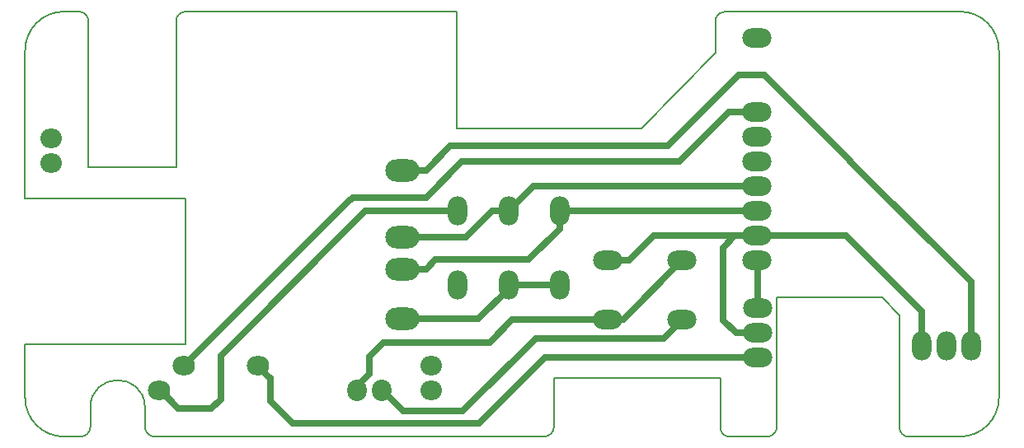
<source format=gtl>
%TF.GenerationSoftware,KiCad,Pcbnew,(5.0.0)*%
%TF.CreationDate,2019-07-13T03:49:13+02:00*%
%TF.ProjectId,Gnu_Vario_E_V1.10,476E755F566172696F5F455F56312E31,V 1.10*%
%TF.SameCoordinates,Original*%
%TF.FileFunction,Copper,L1,Top,Signal*%
%TF.FilePolarity,Positive*%
%FSLAX46Y46*%
G04 Gerber Fmt 4.6, Leading zero omitted, Abs format (unit mm)*
G04 Created by KiCad (PCBNEW (5.0.0)) date 07/13/19 03:49:13*
%MOMM*%
%LPD*%
G01*
G04 APERTURE LIST*
%ADD10C,0.150000*%
%ADD11O,3.500000X2.300000*%
%ADD12O,3.000000X2.000000*%
%ADD13O,2.000000X3.000000*%
%ADD14O,2.200000X2.000000*%
%ADD15O,2.300000X2.000000*%
%ADD16O,2.000000X2.200000*%
%ADD17C,0.700000*%
G04 APERTURE END LIST*
D10*
X162700000Y-95300000D02*
X173500000Y-95300000D01*
X162700000Y-108600000D02*
G75*
G02X161700000Y-109600000I-1000000J0D01*
G01*
X176200000Y-109600000D02*
G75*
G02X175300000Y-108700000I0J900000D01*
G01*
X175300000Y-97100000D02*
X175300000Y-108700000D01*
X173500000Y-95300000D02*
X175300000Y-97100000D01*
X162700000Y-95300000D02*
X162700000Y-108600000D01*
X157800000Y-109600000D02*
G75*
G02X156900000Y-108700000I0J900000D01*
G01*
X85500000Y-69900000D02*
X85500000Y-85100000D01*
X102000000Y-100100000D02*
X85500000Y-100100000D01*
X102000000Y-85100000D02*
X102000000Y-100100000D01*
X101000000Y-85100000D02*
X102000000Y-85100000D01*
X101000000Y-85100000D02*
X85500000Y-85100000D01*
X148800000Y-77900000D02*
X156400000Y-70100000D01*
X129800000Y-77900000D02*
X148800000Y-77900000D01*
X129800000Y-65900000D02*
X129800000Y-77900000D01*
X157800000Y-109600000D02*
X161700000Y-109600000D01*
X175700000Y-65900000D02*
X162400000Y-65900000D01*
X162400000Y-65900000D02*
X157400000Y-65900000D01*
X156402857Y-66600886D02*
G75*
G02X157400000Y-65900000I952331J-295115D01*
G01*
X156400000Y-66600000D02*
X156400000Y-70100000D01*
X98800000Y-109600000D02*
G75*
G02X97800000Y-108600000I0J1000000D01*
G01*
X92198215Y-108600000D02*
G75*
G02X91198215Y-109600000I-1000000J0D01*
G01*
X92198215Y-106600000D02*
G75*
G02X97800000Y-106500000I2801785J0D01*
G01*
X97800000Y-108600000D02*
X97800000Y-106500000D01*
X92200000Y-108600000D02*
X92198215Y-106600000D01*
X139800000Y-108600000D02*
G75*
G02X138800000Y-109600000I-1000000J0D01*
G01*
X101000000Y-66900000D02*
G75*
G02X102000000Y-65900000I1000000J0D01*
G01*
X91000000Y-65900000D02*
G75*
G02X92000000Y-66900000I0J-1000000D01*
G01*
X85500000Y-69900000D02*
G75*
G02X89500000Y-65900000I4000000J0D01*
G01*
X89500000Y-109600000D02*
G75*
G02X85500000Y-105600000I0J4000000D01*
G01*
X185500000Y-105600000D02*
G75*
G02X181500000Y-109600000I-4000000J0D01*
G01*
X181500000Y-65900000D02*
G75*
G02X185500000Y-69900000I0J-4000000D01*
G01*
X156900000Y-103600000D02*
X139800000Y-103600000D01*
X139800000Y-103600000D02*
X139800000Y-108600000D01*
X156900000Y-108700000D02*
X156900000Y-103600000D01*
X138800000Y-109600000D02*
X98800000Y-109600000D01*
X181500000Y-109600000D02*
X176200000Y-109600000D01*
X185500000Y-69900000D02*
X185500000Y-105600000D01*
X175700000Y-65900000D02*
X181500000Y-65900000D01*
X102000000Y-65900000D02*
X129800000Y-65900000D01*
X101000000Y-81900000D02*
X101000000Y-66900000D01*
X92000000Y-81900000D02*
X101000000Y-81900000D01*
X92000000Y-66900000D02*
X92000000Y-81900000D01*
X89500000Y-65900000D02*
X91000000Y-65900000D01*
X85500000Y-105600000D02*
X85500000Y-100100000D01*
X91200000Y-109600000D02*
X89500000Y-109600000D01*
D11*
X124210000Y-97470000D03*
X124210000Y-92390000D03*
X124200000Y-89060000D03*
X124210000Y-82230000D03*
D12*
X152950000Y-91510000D03*
X145330000Y-91510000D03*
D13*
X129870000Y-94040000D03*
X129870000Y-86420000D03*
X135130000Y-94040000D03*
X135130000Y-86420000D03*
X140390000Y-94040000D03*
X140390000Y-86420000D03*
D12*
X152950000Y-97570000D03*
X145330000Y-97570000D03*
X160660000Y-68600000D03*
X160660000Y-76220000D03*
X160660000Y-83840000D03*
X160660000Y-78760000D03*
X160660000Y-81300000D03*
X160660000Y-91460000D03*
X160660000Y-88920000D03*
X160660000Y-86380000D03*
X160700000Y-98960000D03*
X160700000Y-101500000D03*
X160700000Y-96420000D03*
D14*
X88200000Y-81500000D03*
X88200000Y-78960000D03*
X127184546Y-102334532D03*
X127184546Y-104874532D03*
D15*
X99244546Y-104884532D03*
D16*
X122104546Y-104874532D03*
X119564546Y-104874532D03*
D15*
X109404546Y-102334532D03*
X101784546Y-102334532D03*
D13*
X177580000Y-100240000D03*
X180120000Y-100240000D03*
X182660000Y-100240000D03*
D17*
X140390000Y-94040000D02*
X135130000Y-94040000D01*
X135130000Y-94390000D02*
X135130000Y-94040000D01*
X132050000Y-97470000D02*
X135130000Y-94390000D01*
X124210000Y-97470000D02*
X132050000Y-97470000D01*
X135130000Y-86420000D02*
X137290000Y-84260000D01*
X137670000Y-83880000D02*
X137290000Y-84260000D01*
X160500000Y-83880000D02*
X137670000Y-83880000D01*
X126570000Y-89110000D02*
X124120000Y-89110000D01*
X130740000Y-89110000D02*
X126570000Y-89110000D01*
X133430000Y-86420000D02*
X130740000Y-89110000D01*
X135130000Y-86420000D02*
X133430000Y-86420000D01*
X160500000Y-96220000D02*
X160700000Y-96420000D01*
X151800001Y-98719999D02*
X152950000Y-97570000D01*
X122204546Y-104874532D02*
X124330014Y-107000000D01*
X122104546Y-104874532D02*
X122204546Y-104874532D01*
X124330014Y-107000000D02*
X130385774Y-107000000D01*
X130385774Y-107000000D02*
X137915773Y-99470001D01*
X137915773Y-99470001D02*
X151049999Y-99470001D01*
X151049999Y-99470001D02*
X151800001Y-98719999D01*
X160700000Y-96420000D02*
X160700000Y-91580000D01*
X145920000Y-86420000D02*
X160500000Y-86420000D01*
X145920000Y-86420000D02*
X140390000Y-86420000D01*
X140390000Y-88210000D02*
X140390000Y-86420000D01*
X137200000Y-91400000D02*
X140390000Y-88210000D01*
X127650000Y-91400000D02*
X137200000Y-91400000D01*
X126660000Y-92390000D02*
X124210000Y-92390000D01*
X127650000Y-91400000D02*
X126660000Y-92390000D01*
X146890000Y-97570000D02*
X145330000Y-97570000D01*
X152950000Y-91510000D02*
X146890000Y-97570000D01*
X135530000Y-97570000D02*
X145330000Y-97570000D01*
X119564546Y-104405454D02*
X120830000Y-103140000D01*
X119564546Y-104874532D02*
X119564546Y-104405454D01*
X120830000Y-103140000D02*
X120830000Y-101400000D01*
X120830000Y-101400000D02*
X122330000Y-99900000D01*
X122330000Y-99900000D02*
X133200000Y-99900000D01*
X133200000Y-99900000D02*
X135530000Y-97570000D01*
X120460000Y-86420000D02*
X105580000Y-101300000D01*
X129870000Y-86420000D02*
X120460000Y-86420000D01*
X99394546Y-104884532D02*
X99244546Y-104884532D01*
X105580000Y-101300000D02*
X105580000Y-105750000D01*
X104620000Y-106710000D02*
X101220014Y-106710000D01*
X105580000Y-105750000D02*
X104620000Y-106710000D01*
X101220014Y-106710000D02*
X99394546Y-104884532D01*
X159063160Y-76260000D02*
X160500000Y-76260000D01*
X128580000Y-83110000D02*
X130360000Y-81330000D01*
X128570000Y-83110000D02*
X128580000Y-83110000D01*
X158300000Y-76260000D02*
X160500000Y-76260000D01*
X157785998Y-76260000D02*
X158300000Y-76260000D01*
X152715998Y-81330000D02*
X157785998Y-76260000D01*
X130360000Y-81330000D02*
X152715998Y-81330000D01*
X101784546Y-102334532D02*
X118669088Y-85449990D01*
X126690000Y-85000000D02*
X130360000Y-81330000D01*
X118669088Y-85449990D02*
X118670010Y-85449990D01*
X119120000Y-85000000D02*
X126690000Y-85000000D01*
X118670010Y-85449990D02*
X119120000Y-85000000D01*
X160700000Y-101500000D02*
X138850000Y-101500000D01*
X138050000Y-102300000D02*
X138040000Y-102300000D01*
X138850000Y-101500000D02*
X138050000Y-102300000D01*
X110554547Y-103484533D02*
X110554547Y-103494547D01*
X132150000Y-108200000D02*
X138050000Y-102300000D01*
X109404546Y-102334532D02*
X110554547Y-103484533D01*
X110554547Y-103494547D02*
X110670000Y-103610000D01*
X110670000Y-103610000D02*
X110670000Y-105910000D01*
X110670000Y-105910000D02*
X112960000Y-108200000D01*
X112960000Y-108200000D02*
X132150000Y-108200000D01*
X170240000Y-81270000D02*
X182660000Y-93690000D01*
X170240000Y-81240000D02*
X170240000Y-81270000D01*
X124210000Y-82230000D02*
X126660000Y-82230000D01*
X126660000Y-82230000D02*
X129190000Y-79700000D01*
X129190000Y-79700000D02*
X151500000Y-79700000D01*
X182660000Y-93690000D02*
X182660000Y-96740000D01*
X161400000Y-72400000D02*
X170240000Y-81240000D01*
X158800000Y-72400000D02*
X161400000Y-72400000D01*
X151500000Y-79700000D02*
X158800000Y-72400000D01*
X182660000Y-96740000D02*
X182660000Y-100240000D01*
X159073655Y-98960000D02*
X160700000Y-98960000D01*
X150080000Y-88960000D02*
X151930000Y-88960000D01*
X147530000Y-91510000D02*
X150080000Y-88960000D01*
X145330000Y-91510000D02*
X147530000Y-91510000D01*
X151930000Y-88960000D02*
X151450000Y-88960000D01*
X157200000Y-90160000D02*
X158400000Y-88960000D01*
X157200000Y-97660000D02*
X157200000Y-90160000D01*
X158500000Y-98960000D02*
X157200000Y-97660000D01*
X160700000Y-98960000D02*
X158500000Y-98960000D01*
X158400000Y-88960000D02*
X151930000Y-88960000D01*
X177580000Y-96740000D02*
X177580000Y-100240000D01*
X158400000Y-88960000D02*
X169800000Y-88960000D01*
X169800000Y-88960000D02*
X177580000Y-96740000D01*
M02*

</source>
